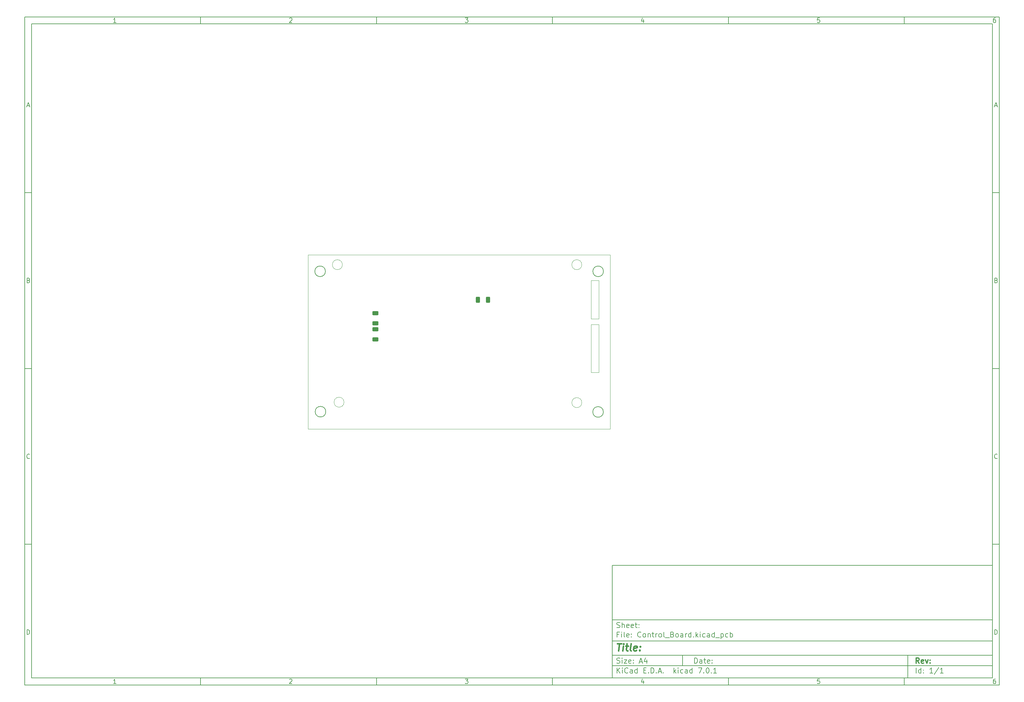
<source format=gbr>
%TF.GenerationSoftware,KiCad,Pcbnew,7.0.1*%
%TF.CreationDate,2023-11-03T16:51:15+00:00*%
%TF.ProjectId,Control_Board,436f6e74-726f-46c5-9f42-6f6172642e6b,rev?*%
%TF.SameCoordinates,Original*%
%TF.FileFunction,Paste,Top*%
%TF.FilePolarity,Positive*%
%FSLAX45Y45*%
G04 Gerber Fmt 4.5, Leading zero omitted, Abs format (unit mm)*
G04 Created by KiCad (PCBNEW 7.0.1) date 2023-11-03 16:51:15*
%MOMM*%
%LPD*%
G01*
G04 APERTURE LIST*
G04 Aperture macros list*
%AMRoundRect*
0 Rectangle with rounded corners*
0 $1 Rounding radius*
0 $2 $3 $4 $5 $6 $7 $8 $9 X,Y pos of 4 corners*
0 Add a 4 corners polygon primitive as box body*
4,1,4,$2,$3,$4,$5,$6,$7,$8,$9,$2,$3,0*
0 Add four circle primitives for the rounded corners*
1,1,$1+$1,$2,$3*
1,1,$1+$1,$4,$5*
1,1,$1+$1,$6,$7*
1,1,$1+$1,$8,$9*
0 Add four rect primitives between the rounded corners*
20,1,$1+$1,$2,$3,$4,$5,0*
20,1,$1+$1,$4,$5,$6,$7,0*
20,1,$1+$1,$6,$7,$8,$9,0*
20,1,$1+$1,$8,$9,$2,$3,0*%
G04 Aperture macros list end*
%ADD10C,0.100000*%
%ADD11C,0.150000*%
%ADD12C,0.300000*%
%ADD13C,0.400000*%
%ADD14RoundRect,0.250000X0.312500X0.625000X-0.312500X0.625000X-0.312500X-0.625000X0.312500X-0.625000X0*%
%ADD15RoundRect,0.250000X0.625000X-0.312500X0.625000X0.312500X-0.625000X0.312500X-0.625000X-0.312500X0*%
%TA.AperFunction,Profile*%
%ADD16C,0.200000*%
%TD*%
%TA.AperFunction,Profile*%
%ADD17C,0.100000*%
%TD*%
G04 APERTURE END LIST*
D10*
D11*
X17700220Y-16600720D02*
X28500220Y-16600720D01*
X28500220Y-19800720D01*
X17700220Y-19800720D01*
X17700220Y-16600720D01*
D10*
D11*
X1000000Y-1000000D02*
X28700220Y-1000000D01*
X28700220Y-20000720D01*
X1000000Y-20000720D01*
X1000000Y-1000000D01*
D10*
D11*
X1200000Y-1200000D02*
X28500220Y-1200000D01*
X28500220Y-19800720D01*
X1200000Y-19800720D01*
X1200000Y-1200000D01*
D10*
D11*
X6000000Y-1200000D02*
X6000000Y-1000000D01*
D10*
D11*
X11000000Y-1200000D02*
X11000000Y-1000000D01*
D10*
D11*
X16000000Y-1200000D02*
X16000000Y-1000000D01*
D10*
D11*
X21000000Y-1200000D02*
X21000000Y-1000000D01*
D10*
D11*
X26000000Y-1200000D02*
X26000000Y-1000000D01*
D10*
D11*
X3599048Y-1160140D02*
X3524762Y-1160140D01*
X3561905Y-1160140D02*
X3561905Y-1030140D01*
X3561905Y-1030140D02*
X3549524Y-1048712D01*
X3549524Y-1048712D02*
X3537143Y-1061093D01*
X3537143Y-1061093D02*
X3524762Y-1067283D01*
D10*
D11*
X8524762Y-1042521D02*
X8530952Y-1036331D01*
X8530952Y-1036331D02*
X8543333Y-1030140D01*
X8543333Y-1030140D02*
X8574286Y-1030140D01*
X8574286Y-1030140D02*
X8586667Y-1036331D01*
X8586667Y-1036331D02*
X8592857Y-1042521D01*
X8592857Y-1042521D02*
X8599048Y-1054902D01*
X8599048Y-1054902D02*
X8599048Y-1067283D01*
X8599048Y-1067283D02*
X8592857Y-1085855D01*
X8592857Y-1085855D02*
X8518571Y-1160140D01*
X8518571Y-1160140D02*
X8599048Y-1160140D01*
D10*
D11*
X13518571Y-1030140D02*
X13599048Y-1030140D01*
X13599048Y-1030140D02*
X13555714Y-1079664D01*
X13555714Y-1079664D02*
X13574286Y-1079664D01*
X13574286Y-1079664D02*
X13586667Y-1085855D01*
X13586667Y-1085855D02*
X13592857Y-1092045D01*
X13592857Y-1092045D02*
X13599048Y-1104426D01*
X13599048Y-1104426D02*
X13599048Y-1135379D01*
X13599048Y-1135379D02*
X13592857Y-1147760D01*
X13592857Y-1147760D02*
X13586667Y-1153950D01*
X13586667Y-1153950D02*
X13574286Y-1160140D01*
X13574286Y-1160140D02*
X13537143Y-1160140D01*
X13537143Y-1160140D02*
X13524762Y-1153950D01*
X13524762Y-1153950D02*
X13518571Y-1147760D01*
D10*
D11*
X18586667Y-1073474D02*
X18586667Y-1160140D01*
X18555714Y-1023950D02*
X18524762Y-1116807D01*
X18524762Y-1116807D02*
X18605238Y-1116807D01*
D10*
D11*
X23592857Y-1030140D02*
X23530952Y-1030140D01*
X23530952Y-1030140D02*
X23524762Y-1092045D01*
X23524762Y-1092045D02*
X23530952Y-1085855D01*
X23530952Y-1085855D02*
X23543333Y-1079664D01*
X23543333Y-1079664D02*
X23574286Y-1079664D01*
X23574286Y-1079664D02*
X23586667Y-1085855D01*
X23586667Y-1085855D02*
X23592857Y-1092045D01*
X23592857Y-1092045D02*
X23599048Y-1104426D01*
X23599048Y-1104426D02*
X23599048Y-1135379D01*
X23599048Y-1135379D02*
X23592857Y-1147760D01*
X23592857Y-1147760D02*
X23586667Y-1153950D01*
X23586667Y-1153950D02*
X23574286Y-1160140D01*
X23574286Y-1160140D02*
X23543333Y-1160140D01*
X23543333Y-1160140D02*
X23530952Y-1153950D01*
X23530952Y-1153950D02*
X23524762Y-1147760D01*
D10*
D11*
X28586667Y-1030140D02*
X28561905Y-1030140D01*
X28561905Y-1030140D02*
X28549524Y-1036331D01*
X28549524Y-1036331D02*
X28543333Y-1042521D01*
X28543333Y-1042521D02*
X28530952Y-1061093D01*
X28530952Y-1061093D02*
X28524762Y-1085855D01*
X28524762Y-1085855D02*
X28524762Y-1135379D01*
X28524762Y-1135379D02*
X28530952Y-1147760D01*
X28530952Y-1147760D02*
X28537143Y-1153950D01*
X28537143Y-1153950D02*
X28549524Y-1160140D01*
X28549524Y-1160140D02*
X28574286Y-1160140D01*
X28574286Y-1160140D02*
X28586667Y-1153950D01*
X28586667Y-1153950D02*
X28592857Y-1147760D01*
X28592857Y-1147760D02*
X28599048Y-1135379D01*
X28599048Y-1135379D02*
X28599048Y-1104426D01*
X28599048Y-1104426D02*
X28592857Y-1092045D01*
X28592857Y-1092045D02*
X28586667Y-1085855D01*
X28586667Y-1085855D02*
X28574286Y-1079664D01*
X28574286Y-1079664D02*
X28549524Y-1079664D01*
X28549524Y-1079664D02*
X28537143Y-1085855D01*
X28537143Y-1085855D02*
X28530952Y-1092045D01*
X28530952Y-1092045D02*
X28524762Y-1104426D01*
D10*
D11*
X6000000Y-19800720D02*
X6000000Y-20000720D01*
D10*
D11*
X11000000Y-19800720D02*
X11000000Y-20000720D01*
D10*
D11*
X16000000Y-19800720D02*
X16000000Y-20000720D01*
D10*
D11*
X21000000Y-19800720D02*
X21000000Y-20000720D01*
D10*
D11*
X26000000Y-19800720D02*
X26000000Y-20000720D01*
D10*
D11*
X3599048Y-19960860D02*
X3524762Y-19960860D01*
X3561905Y-19960860D02*
X3561905Y-19830860D01*
X3561905Y-19830860D02*
X3549524Y-19849432D01*
X3549524Y-19849432D02*
X3537143Y-19861813D01*
X3537143Y-19861813D02*
X3524762Y-19868003D01*
D10*
D11*
X8524762Y-19843241D02*
X8530952Y-19837051D01*
X8530952Y-19837051D02*
X8543333Y-19830860D01*
X8543333Y-19830860D02*
X8574286Y-19830860D01*
X8574286Y-19830860D02*
X8586667Y-19837051D01*
X8586667Y-19837051D02*
X8592857Y-19843241D01*
X8592857Y-19843241D02*
X8599048Y-19855622D01*
X8599048Y-19855622D02*
X8599048Y-19868003D01*
X8599048Y-19868003D02*
X8592857Y-19886575D01*
X8592857Y-19886575D02*
X8518571Y-19960860D01*
X8518571Y-19960860D02*
X8599048Y-19960860D01*
D10*
D11*
X13518571Y-19830860D02*
X13599048Y-19830860D01*
X13599048Y-19830860D02*
X13555714Y-19880384D01*
X13555714Y-19880384D02*
X13574286Y-19880384D01*
X13574286Y-19880384D02*
X13586667Y-19886575D01*
X13586667Y-19886575D02*
X13592857Y-19892765D01*
X13592857Y-19892765D02*
X13599048Y-19905146D01*
X13599048Y-19905146D02*
X13599048Y-19936099D01*
X13599048Y-19936099D02*
X13592857Y-19948480D01*
X13592857Y-19948480D02*
X13586667Y-19954670D01*
X13586667Y-19954670D02*
X13574286Y-19960860D01*
X13574286Y-19960860D02*
X13537143Y-19960860D01*
X13537143Y-19960860D02*
X13524762Y-19954670D01*
X13524762Y-19954670D02*
X13518571Y-19948480D01*
D10*
D11*
X18586667Y-19874194D02*
X18586667Y-19960860D01*
X18555714Y-19824670D02*
X18524762Y-19917527D01*
X18524762Y-19917527D02*
X18605238Y-19917527D01*
D10*
D11*
X23592857Y-19830860D02*
X23530952Y-19830860D01*
X23530952Y-19830860D02*
X23524762Y-19892765D01*
X23524762Y-19892765D02*
X23530952Y-19886575D01*
X23530952Y-19886575D02*
X23543333Y-19880384D01*
X23543333Y-19880384D02*
X23574286Y-19880384D01*
X23574286Y-19880384D02*
X23586667Y-19886575D01*
X23586667Y-19886575D02*
X23592857Y-19892765D01*
X23592857Y-19892765D02*
X23599048Y-19905146D01*
X23599048Y-19905146D02*
X23599048Y-19936099D01*
X23599048Y-19936099D02*
X23592857Y-19948480D01*
X23592857Y-19948480D02*
X23586667Y-19954670D01*
X23586667Y-19954670D02*
X23574286Y-19960860D01*
X23574286Y-19960860D02*
X23543333Y-19960860D01*
X23543333Y-19960860D02*
X23530952Y-19954670D01*
X23530952Y-19954670D02*
X23524762Y-19948480D01*
D10*
D11*
X28586667Y-19830860D02*
X28561905Y-19830860D01*
X28561905Y-19830860D02*
X28549524Y-19837051D01*
X28549524Y-19837051D02*
X28543333Y-19843241D01*
X28543333Y-19843241D02*
X28530952Y-19861813D01*
X28530952Y-19861813D02*
X28524762Y-19886575D01*
X28524762Y-19886575D02*
X28524762Y-19936099D01*
X28524762Y-19936099D02*
X28530952Y-19948480D01*
X28530952Y-19948480D02*
X28537143Y-19954670D01*
X28537143Y-19954670D02*
X28549524Y-19960860D01*
X28549524Y-19960860D02*
X28574286Y-19960860D01*
X28574286Y-19960860D02*
X28586667Y-19954670D01*
X28586667Y-19954670D02*
X28592857Y-19948480D01*
X28592857Y-19948480D02*
X28599048Y-19936099D01*
X28599048Y-19936099D02*
X28599048Y-19905146D01*
X28599048Y-19905146D02*
X28592857Y-19892765D01*
X28592857Y-19892765D02*
X28586667Y-19886575D01*
X28586667Y-19886575D02*
X28574286Y-19880384D01*
X28574286Y-19880384D02*
X28549524Y-19880384D01*
X28549524Y-19880384D02*
X28537143Y-19886575D01*
X28537143Y-19886575D02*
X28530952Y-19892765D01*
X28530952Y-19892765D02*
X28524762Y-19905146D01*
D10*
D11*
X1000000Y-6000000D02*
X1200000Y-6000000D01*
D10*
D11*
X1000000Y-11000000D02*
X1200000Y-11000000D01*
D10*
D11*
X1000000Y-16000000D02*
X1200000Y-16000000D01*
D10*
D11*
X1069048Y-3522998D02*
X1130952Y-3522998D01*
X1056667Y-3560140D02*
X1100000Y-3430140D01*
X1100000Y-3430140D02*
X1143333Y-3560140D01*
D10*
D11*
X1109286Y-8492045D02*
X1127857Y-8498236D01*
X1127857Y-8498236D02*
X1134048Y-8504426D01*
X1134048Y-8504426D02*
X1140238Y-8516807D01*
X1140238Y-8516807D02*
X1140238Y-8535379D01*
X1140238Y-8535379D02*
X1134048Y-8547760D01*
X1134048Y-8547760D02*
X1127857Y-8553950D01*
X1127857Y-8553950D02*
X1115476Y-8560140D01*
X1115476Y-8560140D02*
X1065952Y-8560140D01*
X1065952Y-8560140D02*
X1065952Y-8430140D01*
X1065952Y-8430140D02*
X1109286Y-8430140D01*
X1109286Y-8430140D02*
X1121667Y-8436331D01*
X1121667Y-8436331D02*
X1127857Y-8442521D01*
X1127857Y-8442521D02*
X1134048Y-8454902D01*
X1134048Y-8454902D02*
X1134048Y-8467283D01*
X1134048Y-8467283D02*
X1127857Y-8479664D01*
X1127857Y-8479664D02*
X1121667Y-8485855D01*
X1121667Y-8485855D02*
X1109286Y-8492045D01*
X1109286Y-8492045D02*
X1065952Y-8492045D01*
D10*
D11*
X1140238Y-13547759D02*
X1134048Y-13553950D01*
X1134048Y-13553950D02*
X1115476Y-13560140D01*
X1115476Y-13560140D02*
X1103095Y-13560140D01*
X1103095Y-13560140D02*
X1084524Y-13553950D01*
X1084524Y-13553950D02*
X1072143Y-13541569D01*
X1072143Y-13541569D02*
X1065952Y-13529188D01*
X1065952Y-13529188D02*
X1059762Y-13504426D01*
X1059762Y-13504426D02*
X1059762Y-13485855D01*
X1059762Y-13485855D02*
X1065952Y-13461093D01*
X1065952Y-13461093D02*
X1072143Y-13448712D01*
X1072143Y-13448712D02*
X1084524Y-13436331D01*
X1084524Y-13436331D02*
X1103095Y-13430140D01*
X1103095Y-13430140D02*
X1115476Y-13430140D01*
X1115476Y-13430140D02*
X1134048Y-13436331D01*
X1134048Y-13436331D02*
X1140238Y-13442521D01*
D10*
D11*
X1065952Y-18560140D02*
X1065952Y-18430140D01*
X1065952Y-18430140D02*
X1096905Y-18430140D01*
X1096905Y-18430140D02*
X1115476Y-18436331D01*
X1115476Y-18436331D02*
X1127857Y-18448712D01*
X1127857Y-18448712D02*
X1134048Y-18461093D01*
X1134048Y-18461093D02*
X1140238Y-18485855D01*
X1140238Y-18485855D02*
X1140238Y-18504426D01*
X1140238Y-18504426D02*
X1134048Y-18529188D01*
X1134048Y-18529188D02*
X1127857Y-18541569D01*
X1127857Y-18541569D02*
X1115476Y-18553950D01*
X1115476Y-18553950D02*
X1096905Y-18560140D01*
X1096905Y-18560140D02*
X1065952Y-18560140D01*
D10*
D11*
X28700220Y-6000000D02*
X28500220Y-6000000D01*
D10*
D11*
X28700220Y-11000000D02*
X28500220Y-11000000D01*
D10*
D11*
X28700220Y-16000000D02*
X28500220Y-16000000D01*
D10*
D11*
X28569268Y-3522998D02*
X28631172Y-3522998D01*
X28556887Y-3560140D02*
X28600220Y-3430140D01*
X28600220Y-3430140D02*
X28643553Y-3560140D01*
D10*
D11*
X28609506Y-8492045D02*
X28628077Y-8498236D01*
X28628077Y-8498236D02*
X28634268Y-8504426D01*
X28634268Y-8504426D02*
X28640458Y-8516807D01*
X28640458Y-8516807D02*
X28640458Y-8535379D01*
X28640458Y-8535379D02*
X28634268Y-8547760D01*
X28634268Y-8547760D02*
X28628077Y-8553950D01*
X28628077Y-8553950D02*
X28615696Y-8560140D01*
X28615696Y-8560140D02*
X28566172Y-8560140D01*
X28566172Y-8560140D02*
X28566172Y-8430140D01*
X28566172Y-8430140D02*
X28609506Y-8430140D01*
X28609506Y-8430140D02*
X28621887Y-8436331D01*
X28621887Y-8436331D02*
X28628077Y-8442521D01*
X28628077Y-8442521D02*
X28634268Y-8454902D01*
X28634268Y-8454902D02*
X28634268Y-8467283D01*
X28634268Y-8467283D02*
X28628077Y-8479664D01*
X28628077Y-8479664D02*
X28621887Y-8485855D01*
X28621887Y-8485855D02*
X28609506Y-8492045D01*
X28609506Y-8492045D02*
X28566172Y-8492045D01*
D10*
D11*
X28640458Y-13547759D02*
X28634268Y-13553950D01*
X28634268Y-13553950D02*
X28615696Y-13560140D01*
X28615696Y-13560140D02*
X28603315Y-13560140D01*
X28603315Y-13560140D02*
X28584744Y-13553950D01*
X28584744Y-13553950D02*
X28572363Y-13541569D01*
X28572363Y-13541569D02*
X28566172Y-13529188D01*
X28566172Y-13529188D02*
X28559982Y-13504426D01*
X28559982Y-13504426D02*
X28559982Y-13485855D01*
X28559982Y-13485855D02*
X28566172Y-13461093D01*
X28566172Y-13461093D02*
X28572363Y-13448712D01*
X28572363Y-13448712D02*
X28584744Y-13436331D01*
X28584744Y-13436331D02*
X28603315Y-13430140D01*
X28603315Y-13430140D02*
X28615696Y-13430140D01*
X28615696Y-13430140D02*
X28634268Y-13436331D01*
X28634268Y-13436331D02*
X28640458Y-13442521D01*
D10*
D11*
X28566172Y-18560140D02*
X28566172Y-18430140D01*
X28566172Y-18430140D02*
X28597125Y-18430140D01*
X28597125Y-18430140D02*
X28615696Y-18436331D01*
X28615696Y-18436331D02*
X28628077Y-18448712D01*
X28628077Y-18448712D02*
X28634268Y-18461093D01*
X28634268Y-18461093D02*
X28640458Y-18485855D01*
X28640458Y-18485855D02*
X28640458Y-18504426D01*
X28640458Y-18504426D02*
X28634268Y-18529188D01*
X28634268Y-18529188D02*
X28628077Y-18541569D01*
X28628077Y-18541569D02*
X28615696Y-18553950D01*
X28615696Y-18553950D02*
X28597125Y-18560140D01*
X28597125Y-18560140D02*
X28566172Y-18560140D01*
D10*
D11*
X20035934Y-19380113D02*
X20035934Y-19230113D01*
X20035934Y-19230113D02*
X20071649Y-19230113D01*
X20071649Y-19230113D02*
X20093077Y-19237256D01*
X20093077Y-19237256D02*
X20107363Y-19251541D01*
X20107363Y-19251541D02*
X20114506Y-19265827D01*
X20114506Y-19265827D02*
X20121649Y-19294399D01*
X20121649Y-19294399D02*
X20121649Y-19315827D01*
X20121649Y-19315827D02*
X20114506Y-19344399D01*
X20114506Y-19344399D02*
X20107363Y-19358684D01*
X20107363Y-19358684D02*
X20093077Y-19372970D01*
X20093077Y-19372970D02*
X20071649Y-19380113D01*
X20071649Y-19380113D02*
X20035934Y-19380113D01*
X20250220Y-19380113D02*
X20250220Y-19301541D01*
X20250220Y-19301541D02*
X20243077Y-19287256D01*
X20243077Y-19287256D02*
X20228791Y-19280113D01*
X20228791Y-19280113D02*
X20200220Y-19280113D01*
X20200220Y-19280113D02*
X20185934Y-19287256D01*
X20250220Y-19372970D02*
X20235934Y-19380113D01*
X20235934Y-19380113D02*
X20200220Y-19380113D01*
X20200220Y-19380113D02*
X20185934Y-19372970D01*
X20185934Y-19372970D02*
X20178791Y-19358684D01*
X20178791Y-19358684D02*
X20178791Y-19344399D01*
X20178791Y-19344399D02*
X20185934Y-19330113D01*
X20185934Y-19330113D02*
X20200220Y-19322970D01*
X20200220Y-19322970D02*
X20235934Y-19322970D01*
X20235934Y-19322970D02*
X20250220Y-19315827D01*
X20300220Y-19280113D02*
X20357363Y-19280113D01*
X20321649Y-19230113D02*
X20321649Y-19358684D01*
X20321649Y-19358684D02*
X20328791Y-19372970D01*
X20328791Y-19372970D02*
X20343077Y-19380113D01*
X20343077Y-19380113D02*
X20357363Y-19380113D01*
X20464506Y-19372970D02*
X20450220Y-19380113D01*
X20450220Y-19380113D02*
X20421649Y-19380113D01*
X20421649Y-19380113D02*
X20407363Y-19372970D01*
X20407363Y-19372970D02*
X20400220Y-19358684D01*
X20400220Y-19358684D02*
X20400220Y-19301541D01*
X20400220Y-19301541D02*
X20407363Y-19287256D01*
X20407363Y-19287256D02*
X20421649Y-19280113D01*
X20421649Y-19280113D02*
X20450220Y-19280113D01*
X20450220Y-19280113D02*
X20464506Y-19287256D01*
X20464506Y-19287256D02*
X20471649Y-19301541D01*
X20471649Y-19301541D02*
X20471649Y-19315827D01*
X20471649Y-19315827D02*
X20400220Y-19330113D01*
X20535934Y-19365827D02*
X20543077Y-19372970D01*
X20543077Y-19372970D02*
X20535934Y-19380113D01*
X20535934Y-19380113D02*
X20528791Y-19372970D01*
X20528791Y-19372970D02*
X20535934Y-19365827D01*
X20535934Y-19365827D02*
X20535934Y-19380113D01*
X20535934Y-19287256D02*
X20543077Y-19294399D01*
X20543077Y-19294399D02*
X20535934Y-19301541D01*
X20535934Y-19301541D02*
X20528791Y-19294399D01*
X20528791Y-19294399D02*
X20535934Y-19287256D01*
X20535934Y-19287256D02*
X20535934Y-19301541D01*
D10*
D11*
X17700220Y-19450720D02*
X28500220Y-19450720D01*
D10*
D11*
X17835934Y-19660113D02*
X17835934Y-19510113D01*
X17921649Y-19660113D02*
X17857363Y-19574399D01*
X17921649Y-19510113D02*
X17835934Y-19595827D01*
X17985934Y-19660113D02*
X17985934Y-19560113D01*
X17985934Y-19510113D02*
X17978791Y-19517256D01*
X17978791Y-19517256D02*
X17985934Y-19524399D01*
X17985934Y-19524399D02*
X17993077Y-19517256D01*
X17993077Y-19517256D02*
X17985934Y-19510113D01*
X17985934Y-19510113D02*
X17985934Y-19524399D01*
X18143077Y-19645827D02*
X18135934Y-19652970D01*
X18135934Y-19652970D02*
X18114506Y-19660113D01*
X18114506Y-19660113D02*
X18100220Y-19660113D01*
X18100220Y-19660113D02*
X18078791Y-19652970D01*
X18078791Y-19652970D02*
X18064506Y-19638684D01*
X18064506Y-19638684D02*
X18057363Y-19624399D01*
X18057363Y-19624399D02*
X18050220Y-19595827D01*
X18050220Y-19595827D02*
X18050220Y-19574399D01*
X18050220Y-19574399D02*
X18057363Y-19545827D01*
X18057363Y-19545827D02*
X18064506Y-19531541D01*
X18064506Y-19531541D02*
X18078791Y-19517256D01*
X18078791Y-19517256D02*
X18100220Y-19510113D01*
X18100220Y-19510113D02*
X18114506Y-19510113D01*
X18114506Y-19510113D02*
X18135934Y-19517256D01*
X18135934Y-19517256D02*
X18143077Y-19524399D01*
X18271649Y-19660113D02*
X18271649Y-19581541D01*
X18271649Y-19581541D02*
X18264506Y-19567256D01*
X18264506Y-19567256D02*
X18250220Y-19560113D01*
X18250220Y-19560113D02*
X18221649Y-19560113D01*
X18221649Y-19560113D02*
X18207363Y-19567256D01*
X18271649Y-19652970D02*
X18257363Y-19660113D01*
X18257363Y-19660113D02*
X18221649Y-19660113D01*
X18221649Y-19660113D02*
X18207363Y-19652970D01*
X18207363Y-19652970D02*
X18200220Y-19638684D01*
X18200220Y-19638684D02*
X18200220Y-19624399D01*
X18200220Y-19624399D02*
X18207363Y-19610113D01*
X18207363Y-19610113D02*
X18221649Y-19602970D01*
X18221649Y-19602970D02*
X18257363Y-19602970D01*
X18257363Y-19602970D02*
X18271649Y-19595827D01*
X18407363Y-19660113D02*
X18407363Y-19510113D01*
X18407363Y-19652970D02*
X18393077Y-19660113D01*
X18393077Y-19660113D02*
X18364506Y-19660113D01*
X18364506Y-19660113D02*
X18350220Y-19652970D01*
X18350220Y-19652970D02*
X18343077Y-19645827D01*
X18343077Y-19645827D02*
X18335934Y-19631541D01*
X18335934Y-19631541D02*
X18335934Y-19588684D01*
X18335934Y-19588684D02*
X18343077Y-19574399D01*
X18343077Y-19574399D02*
X18350220Y-19567256D01*
X18350220Y-19567256D02*
X18364506Y-19560113D01*
X18364506Y-19560113D02*
X18393077Y-19560113D01*
X18393077Y-19560113D02*
X18407363Y-19567256D01*
X18593077Y-19581541D02*
X18643077Y-19581541D01*
X18664506Y-19660113D02*
X18593077Y-19660113D01*
X18593077Y-19660113D02*
X18593077Y-19510113D01*
X18593077Y-19510113D02*
X18664506Y-19510113D01*
X18728791Y-19645827D02*
X18735934Y-19652970D01*
X18735934Y-19652970D02*
X18728791Y-19660113D01*
X18728791Y-19660113D02*
X18721649Y-19652970D01*
X18721649Y-19652970D02*
X18728791Y-19645827D01*
X18728791Y-19645827D02*
X18728791Y-19660113D01*
X18800220Y-19660113D02*
X18800220Y-19510113D01*
X18800220Y-19510113D02*
X18835934Y-19510113D01*
X18835934Y-19510113D02*
X18857363Y-19517256D01*
X18857363Y-19517256D02*
X18871649Y-19531541D01*
X18871649Y-19531541D02*
X18878792Y-19545827D01*
X18878792Y-19545827D02*
X18885934Y-19574399D01*
X18885934Y-19574399D02*
X18885934Y-19595827D01*
X18885934Y-19595827D02*
X18878792Y-19624399D01*
X18878792Y-19624399D02*
X18871649Y-19638684D01*
X18871649Y-19638684D02*
X18857363Y-19652970D01*
X18857363Y-19652970D02*
X18835934Y-19660113D01*
X18835934Y-19660113D02*
X18800220Y-19660113D01*
X18950220Y-19645827D02*
X18957363Y-19652970D01*
X18957363Y-19652970D02*
X18950220Y-19660113D01*
X18950220Y-19660113D02*
X18943077Y-19652970D01*
X18943077Y-19652970D02*
X18950220Y-19645827D01*
X18950220Y-19645827D02*
X18950220Y-19660113D01*
X19014506Y-19617256D02*
X19085934Y-19617256D01*
X19000220Y-19660113D02*
X19050220Y-19510113D01*
X19050220Y-19510113D02*
X19100220Y-19660113D01*
X19150220Y-19645827D02*
X19157363Y-19652970D01*
X19157363Y-19652970D02*
X19150220Y-19660113D01*
X19150220Y-19660113D02*
X19143077Y-19652970D01*
X19143077Y-19652970D02*
X19150220Y-19645827D01*
X19150220Y-19645827D02*
X19150220Y-19660113D01*
X19450220Y-19660113D02*
X19450220Y-19510113D01*
X19464506Y-19602970D02*
X19507363Y-19660113D01*
X19507363Y-19560113D02*
X19450220Y-19617256D01*
X19571649Y-19660113D02*
X19571649Y-19560113D01*
X19571649Y-19510113D02*
X19564506Y-19517256D01*
X19564506Y-19517256D02*
X19571649Y-19524399D01*
X19571649Y-19524399D02*
X19578792Y-19517256D01*
X19578792Y-19517256D02*
X19571649Y-19510113D01*
X19571649Y-19510113D02*
X19571649Y-19524399D01*
X19707363Y-19652970D02*
X19693077Y-19660113D01*
X19693077Y-19660113D02*
X19664506Y-19660113D01*
X19664506Y-19660113D02*
X19650220Y-19652970D01*
X19650220Y-19652970D02*
X19643077Y-19645827D01*
X19643077Y-19645827D02*
X19635934Y-19631541D01*
X19635934Y-19631541D02*
X19635934Y-19588684D01*
X19635934Y-19588684D02*
X19643077Y-19574399D01*
X19643077Y-19574399D02*
X19650220Y-19567256D01*
X19650220Y-19567256D02*
X19664506Y-19560113D01*
X19664506Y-19560113D02*
X19693077Y-19560113D01*
X19693077Y-19560113D02*
X19707363Y-19567256D01*
X19835934Y-19660113D02*
X19835934Y-19581541D01*
X19835934Y-19581541D02*
X19828792Y-19567256D01*
X19828792Y-19567256D02*
X19814506Y-19560113D01*
X19814506Y-19560113D02*
X19785934Y-19560113D01*
X19785934Y-19560113D02*
X19771649Y-19567256D01*
X19835934Y-19652970D02*
X19821649Y-19660113D01*
X19821649Y-19660113D02*
X19785934Y-19660113D01*
X19785934Y-19660113D02*
X19771649Y-19652970D01*
X19771649Y-19652970D02*
X19764506Y-19638684D01*
X19764506Y-19638684D02*
X19764506Y-19624399D01*
X19764506Y-19624399D02*
X19771649Y-19610113D01*
X19771649Y-19610113D02*
X19785934Y-19602970D01*
X19785934Y-19602970D02*
X19821649Y-19602970D01*
X19821649Y-19602970D02*
X19835934Y-19595827D01*
X19971649Y-19660113D02*
X19971649Y-19510113D01*
X19971649Y-19652970D02*
X19957363Y-19660113D01*
X19957363Y-19660113D02*
X19928792Y-19660113D01*
X19928792Y-19660113D02*
X19914506Y-19652970D01*
X19914506Y-19652970D02*
X19907363Y-19645827D01*
X19907363Y-19645827D02*
X19900220Y-19631541D01*
X19900220Y-19631541D02*
X19900220Y-19588684D01*
X19900220Y-19588684D02*
X19907363Y-19574399D01*
X19907363Y-19574399D02*
X19914506Y-19567256D01*
X19914506Y-19567256D02*
X19928792Y-19560113D01*
X19928792Y-19560113D02*
X19957363Y-19560113D01*
X19957363Y-19560113D02*
X19971649Y-19567256D01*
X20143077Y-19510113D02*
X20243077Y-19510113D01*
X20243077Y-19510113D02*
X20178792Y-19660113D01*
X20300220Y-19645827D02*
X20307363Y-19652970D01*
X20307363Y-19652970D02*
X20300220Y-19660113D01*
X20300220Y-19660113D02*
X20293077Y-19652970D01*
X20293077Y-19652970D02*
X20300220Y-19645827D01*
X20300220Y-19645827D02*
X20300220Y-19660113D01*
X20400220Y-19510113D02*
X20414506Y-19510113D01*
X20414506Y-19510113D02*
X20428792Y-19517256D01*
X20428792Y-19517256D02*
X20435934Y-19524399D01*
X20435934Y-19524399D02*
X20443077Y-19538684D01*
X20443077Y-19538684D02*
X20450220Y-19567256D01*
X20450220Y-19567256D02*
X20450220Y-19602970D01*
X20450220Y-19602970D02*
X20443077Y-19631541D01*
X20443077Y-19631541D02*
X20435934Y-19645827D01*
X20435934Y-19645827D02*
X20428792Y-19652970D01*
X20428792Y-19652970D02*
X20414506Y-19660113D01*
X20414506Y-19660113D02*
X20400220Y-19660113D01*
X20400220Y-19660113D02*
X20385934Y-19652970D01*
X20385934Y-19652970D02*
X20378792Y-19645827D01*
X20378792Y-19645827D02*
X20371649Y-19631541D01*
X20371649Y-19631541D02*
X20364506Y-19602970D01*
X20364506Y-19602970D02*
X20364506Y-19567256D01*
X20364506Y-19567256D02*
X20371649Y-19538684D01*
X20371649Y-19538684D02*
X20378792Y-19524399D01*
X20378792Y-19524399D02*
X20385934Y-19517256D01*
X20385934Y-19517256D02*
X20400220Y-19510113D01*
X20514506Y-19645827D02*
X20521649Y-19652970D01*
X20521649Y-19652970D02*
X20514506Y-19660113D01*
X20514506Y-19660113D02*
X20507363Y-19652970D01*
X20507363Y-19652970D02*
X20514506Y-19645827D01*
X20514506Y-19645827D02*
X20514506Y-19660113D01*
X20664506Y-19660113D02*
X20578792Y-19660113D01*
X20621649Y-19660113D02*
X20621649Y-19510113D01*
X20621649Y-19510113D02*
X20607363Y-19531541D01*
X20607363Y-19531541D02*
X20593077Y-19545827D01*
X20593077Y-19545827D02*
X20578792Y-19552970D01*
D10*
D11*
X17700220Y-19150720D02*
X28500220Y-19150720D01*
D10*
D12*
X26421648Y-19380113D02*
X26371648Y-19308684D01*
X26335934Y-19380113D02*
X26335934Y-19230113D01*
X26335934Y-19230113D02*
X26393077Y-19230113D01*
X26393077Y-19230113D02*
X26407363Y-19237256D01*
X26407363Y-19237256D02*
X26414506Y-19244399D01*
X26414506Y-19244399D02*
X26421648Y-19258684D01*
X26421648Y-19258684D02*
X26421648Y-19280113D01*
X26421648Y-19280113D02*
X26414506Y-19294399D01*
X26414506Y-19294399D02*
X26407363Y-19301541D01*
X26407363Y-19301541D02*
X26393077Y-19308684D01*
X26393077Y-19308684D02*
X26335934Y-19308684D01*
X26543077Y-19372970D02*
X26528791Y-19380113D01*
X26528791Y-19380113D02*
X26500220Y-19380113D01*
X26500220Y-19380113D02*
X26485934Y-19372970D01*
X26485934Y-19372970D02*
X26478791Y-19358684D01*
X26478791Y-19358684D02*
X26478791Y-19301541D01*
X26478791Y-19301541D02*
X26485934Y-19287256D01*
X26485934Y-19287256D02*
X26500220Y-19280113D01*
X26500220Y-19280113D02*
X26528791Y-19280113D01*
X26528791Y-19280113D02*
X26543077Y-19287256D01*
X26543077Y-19287256D02*
X26550220Y-19301541D01*
X26550220Y-19301541D02*
X26550220Y-19315827D01*
X26550220Y-19315827D02*
X26478791Y-19330113D01*
X26600220Y-19280113D02*
X26635934Y-19380113D01*
X26635934Y-19380113D02*
X26671648Y-19280113D01*
X26728791Y-19365827D02*
X26735934Y-19372970D01*
X26735934Y-19372970D02*
X26728791Y-19380113D01*
X26728791Y-19380113D02*
X26721648Y-19372970D01*
X26721648Y-19372970D02*
X26728791Y-19365827D01*
X26728791Y-19365827D02*
X26728791Y-19380113D01*
X26728791Y-19287256D02*
X26735934Y-19294399D01*
X26735934Y-19294399D02*
X26728791Y-19301541D01*
X26728791Y-19301541D02*
X26721648Y-19294399D01*
X26721648Y-19294399D02*
X26728791Y-19287256D01*
X26728791Y-19287256D02*
X26728791Y-19301541D01*
D10*
D11*
X17828791Y-19372970D02*
X17850220Y-19380113D01*
X17850220Y-19380113D02*
X17885934Y-19380113D01*
X17885934Y-19380113D02*
X17900220Y-19372970D01*
X17900220Y-19372970D02*
X17907363Y-19365827D01*
X17907363Y-19365827D02*
X17914506Y-19351541D01*
X17914506Y-19351541D02*
X17914506Y-19337256D01*
X17914506Y-19337256D02*
X17907363Y-19322970D01*
X17907363Y-19322970D02*
X17900220Y-19315827D01*
X17900220Y-19315827D02*
X17885934Y-19308684D01*
X17885934Y-19308684D02*
X17857363Y-19301541D01*
X17857363Y-19301541D02*
X17843077Y-19294399D01*
X17843077Y-19294399D02*
X17835934Y-19287256D01*
X17835934Y-19287256D02*
X17828791Y-19272970D01*
X17828791Y-19272970D02*
X17828791Y-19258684D01*
X17828791Y-19258684D02*
X17835934Y-19244399D01*
X17835934Y-19244399D02*
X17843077Y-19237256D01*
X17843077Y-19237256D02*
X17857363Y-19230113D01*
X17857363Y-19230113D02*
X17893077Y-19230113D01*
X17893077Y-19230113D02*
X17914506Y-19237256D01*
X17978791Y-19380113D02*
X17978791Y-19280113D01*
X17978791Y-19230113D02*
X17971649Y-19237256D01*
X17971649Y-19237256D02*
X17978791Y-19244399D01*
X17978791Y-19244399D02*
X17985934Y-19237256D01*
X17985934Y-19237256D02*
X17978791Y-19230113D01*
X17978791Y-19230113D02*
X17978791Y-19244399D01*
X18035934Y-19280113D02*
X18114506Y-19280113D01*
X18114506Y-19280113D02*
X18035934Y-19380113D01*
X18035934Y-19380113D02*
X18114506Y-19380113D01*
X18228791Y-19372970D02*
X18214506Y-19380113D01*
X18214506Y-19380113D02*
X18185934Y-19380113D01*
X18185934Y-19380113D02*
X18171649Y-19372970D01*
X18171649Y-19372970D02*
X18164506Y-19358684D01*
X18164506Y-19358684D02*
X18164506Y-19301541D01*
X18164506Y-19301541D02*
X18171649Y-19287256D01*
X18171649Y-19287256D02*
X18185934Y-19280113D01*
X18185934Y-19280113D02*
X18214506Y-19280113D01*
X18214506Y-19280113D02*
X18228791Y-19287256D01*
X18228791Y-19287256D02*
X18235934Y-19301541D01*
X18235934Y-19301541D02*
X18235934Y-19315827D01*
X18235934Y-19315827D02*
X18164506Y-19330113D01*
X18300220Y-19365827D02*
X18307363Y-19372970D01*
X18307363Y-19372970D02*
X18300220Y-19380113D01*
X18300220Y-19380113D02*
X18293077Y-19372970D01*
X18293077Y-19372970D02*
X18300220Y-19365827D01*
X18300220Y-19365827D02*
X18300220Y-19380113D01*
X18300220Y-19287256D02*
X18307363Y-19294399D01*
X18307363Y-19294399D02*
X18300220Y-19301541D01*
X18300220Y-19301541D02*
X18293077Y-19294399D01*
X18293077Y-19294399D02*
X18300220Y-19287256D01*
X18300220Y-19287256D02*
X18300220Y-19301541D01*
X18478791Y-19337256D02*
X18550220Y-19337256D01*
X18464506Y-19380113D02*
X18514506Y-19230113D01*
X18514506Y-19230113D02*
X18564506Y-19380113D01*
X18678791Y-19280113D02*
X18678791Y-19380113D01*
X18643077Y-19222970D02*
X18607363Y-19330113D01*
X18607363Y-19330113D02*
X18700220Y-19330113D01*
D10*
D11*
X26335934Y-19660113D02*
X26335934Y-19510113D01*
X26471649Y-19660113D02*
X26471649Y-19510113D01*
X26471649Y-19652970D02*
X26457363Y-19660113D01*
X26457363Y-19660113D02*
X26428791Y-19660113D01*
X26428791Y-19660113D02*
X26414506Y-19652970D01*
X26414506Y-19652970D02*
X26407363Y-19645827D01*
X26407363Y-19645827D02*
X26400220Y-19631541D01*
X26400220Y-19631541D02*
X26400220Y-19588684D01*
X26400220Y-19588684D02*
X26407363Y-19574399D01*
X26407363Y-19574399D02*
X26414506Y-19567256D01*
X26414506Y-19567256D02*
X26428791Y-19560113D01*
X26428791Y-19560113D02*
X26457363Y-19560113D01*
X26457363Y-19560113D02*
X26471649Y-19567256D01*
X26543077Y-19645827D02*
X26550220Y-19652970D01*
X26550220Y-19652970D02*
X26543077Y-19660113D01*
X26543077Y-19660113D02*
X26535934Y-19652970D01*
X26535934Y-19652970D02*
X26543077Y-19645827D01*
X26543077Y-19645827D02*
X26543077Y-19660113D01*
X26543077Y-19567256D02*
X26550220Y-19574399D01*
X26550220Y-19574399D02*
X26543077Y-19581541D01*
X26543077Y-19581541D02*
X26535934Y-19574399D01*
X26535934Y-19574399D02*
X26543077Y-19567256D01*
X26543077Y-19567256D02*
X26543077Y-19581541D01*
X26807363Y-19660113D02*
X26721649Y-19660113D01*
X26764506Y-19660113D02*
X26764506Y-19510113D01*
X26764506Y-19510113D02*
X26750220Y-19531541D01*
X26750220Y-19531541D02*
X26735934Y-19545827D01*
X26735934Y-19545827D02*
X26721649Y-19552970D01*
X26978791Y-19502970D02*
X26850220Y-19695827D01*
X27107363Y-19660113D02*
X27021649Y-19660113D01*
X27064506Y-19660113D02*
X27064506Y-19510113D01*
X27064506Y-19510113D02*
X27050220Y-19531541D01*
X27050220Y-19531541D02*
X27035934Y-19545827D01*
X27035934Y-19545827D02*
X27021649Y-19552970D01*
D10*
D11*
X17700220Y-18750720D02*
X28500220Y-18750720D01*
D10*
D13*
X17843077Y-18823244D02*
X17957363Y-18823244D01*
X17875220Y-19023244D02*
X17900220Y-18823244D01*
X17997839Y-19023244D02*
X18014506Y-18889910D01*
X18022839Y-18823244D02*
X18012125Y-18832768D01*
X18012125Y-18832768D02*
X18020458Y-18842291D01*
X18020458Y-18842291D02*
X18031172Y-18832768D01*
X18031172Y-18832768D02*
X18022839Y-18823244D01*
X18022839Y-18823244D02*
X18020458Y-18842291D01*
X18079982Y-18889910D02*
X18156172Y-18889910D01*
X18116887Y-18823244D02*
X18095458Y-18994672D01*
X18095458Y-18994672D02*
X18102601Y-19013720D01*
X18102601Y-19013720D02*
X18120458Y-19023244D01*
X18120458Y-19023244D02*
X18139506Y-19023244D01*
X18233553Y-19023244D02*
X18215696Y-19013720D01*
X18215696Y-19013720D02*
X18208553Y-18994672D01*
X18208553Y-18994672D02*
X18229982Y-18823244D01*
X18385934Y-19013720D02*
X18365696Y-19023244D01*
X18365696Y-19023244D02*
X18327601Y-19023244D01*
X18327601Y-19023244D02*
X18309744Y-19013720D01*
X18309744Y-19013720D02*
X18302601Y-18994672D01*
X18302601Y-18994672D02*
X18312125Y-18918482D01*
X18312125Y-18918482D02*
X18324029Y-18899434D01*
X18324029Y-18899434D02*
X18344268Y-18889910D01*
X18344268Y-18889910D02*
X18382363Y-18889910D01*
X18382363Y-18889910D02*
X18400220Y-18899434D01*
X18400220Y-18899434D02*
X18407363Y-18918482D01*
X18407363Y-18918482D02*
X18404982Y-18937530D01*
X18404982Y-18937530D02*
X18307363Y-18956577D01*
X18481172Y-19004196D02*
X18489506Y-19013720D01*
X18489506Y-19013720D02*
X18478791Y-19023244D01*
X18478791Y-19023244D02*
X18470458Y-19013720D01*
X18470458Y-19013720D02*
X18481172Y-19004196D01*
X18481172Y-19004196D02*
X18478791Y-19023244D01*
X18494268Y-18899434D02*
X18502601Y-18908958D01*
X18502601Y-18908958D02*
X18491887Y-18918482D01*
X18491887Y-18918482D02*
X18483553Y-18908958D01*
X18483553Y-18908958D02*
X18494268Y-18899434D01*
X18494268Y-18899434D02*
X18491887Y-18918482D01*
D10*
D11*
X17885934Y-18561541D02*
X17835934Y-18561541D01*
X17835934Y-18640113D02*
X17835934Y-18490113D01*
X17835934Y-18490113D02*
X17907363Y-18490113D01*
X17964506Y-18640113D02*
X17964506Y-18540113D01*
X17964506Y-18490113D02*
X17957363Y-18497256D01*
X17957363Y-18497256D02*
X17964506Y-18504399D01*
X17964506Y-18504399D02*
X17971649Y-18497256D01*
X17971649Y-18497256D02*
X17964506Y-18490113D01*
X17964506Y-18490113D02*
X17964506Y-18504399D01*
X18057363Y-18640113D02*
X18043077Y-18632970D01*
X18043077Y-18632970D02*
X18035934Y-18618684D01*
X18035934Y-18618684D02*
X18035934Y-18490113D01*
X18171649Y-18632970D02*
X18157363Y-18640113D01*
X18157363Y-18640113D02*
X18128791Y-18640113D01*
X18128791Y-18640113D02*
X18114506Y-18632970D01*
X18114506Y-18632970D02*
X18107363Y-18618684D01*
X18107363Y-18618684D02*
X18107363Y-18561541D01*
X18107363Y-18561541D02*
X18114506Y-18547256D01*
X18114506Y-18547256D02*
X18128791Y-18540113D01*
X18128791Y-18540113D02*
X18157363Y-18540113D01*
X18157363Y-18540113D02*
X18171649Y-18547256D01*
X18171649Y-18547256D02*
X18178791Y-18561541D01*
X18178791Y-18561541D02*
X18178791Y-18575827D01*
X18178791Y-18575827D02*
X18107363Y-18590113D01*
X18243077Y-18625827D02*
X18250220Y-18632970D01*
X18250220Y-18632970D02*
X18243077Y-18640113D01*
X18243077Y-18640113D02*
X18235934Y-18632970D01*
X18235934Y-18632970D02*
X18243077Y-18625827D01*
X18243077Y-18625827D02*
X18243077Y-18640113D01*
X18243077Y-18547256D02*
X18250220Y-18554399D01*
X18250220Y-18554399D02*
X18243077Y-18561541D01*
X18243077Y-18561541D02*
X18235934Y-18554399D01*
X18235934Y-18554399D02*
X18243077Y-18547256D01*
X18243077Y-18547256D02*
X18243077Y-18561541D01*
X18514506Y-18625827D02*
X18507363Y-18632970D01*
X18507363Y-18632970D02*
X18485934Y-18640113D01*
X18485934Y-18640113D02*
X18471649Y-18640113D01*
X18471649Y-18640113D02*
X18450220Y-18632970D01*
X18450220Y-18632970D02*
X18435934Y-18618684D01*
X18435934Y-18618684D02*
X18428791Y-18604399D01*
X18428791Y-18604399D02*
X18421649Y-18575827D01*
X18421649Y-18575827D02*
X18421649Y-18554399D01*
X18421649Y-18554399D02*
X18428791Y-18525827D01*
X18428791Y-18525827D02*
X18435934Y-18511541D01*
X18435934Y-18511541D02*
X18450220Y-18497256D01*
X18450220Y-18497256D02*
X18471649Y-18490113D01*
X18471649Y-18490113D02*
X18485934Y-18490113D01*
X18485934Y-18490113D02*
X18507363Y-18497256D01*
X18507363Y-18497256D02*
X18514506Y-18504399D01*
X18600220Y-18640113D02*
X18585934Y-18632970D01*
X18585934Y-18632970D02*
X18578791Y-18625827D01*
X18578791Y-18625827D02*
X18571649Y-18611541D01*
X18571649Y-18611541D02*
X18571649Y-18568684D01*
X18571649Y-18568684D02*
X18578791Y-18554399D01*
X18578791Y-18554399D02*
X18585934Y-18547256D01*
X18585934Y-18547256D02*
X18600220Y-18540113D01*
X18600220Y-18540113D02*
X18621649Y-18540113D01*
X18621649Y-18540113D02*
X18635934Y-18547256D01*
X18635934Y-18547256D02*
X18643077Y-18554399D01*
X18643077Y-18554399D02*
X18650220Y-18568684D01*
X18650220Y-18568684D02*
X18650220Y-18611541D01*
X18650220Y-18611541D02*
X18643077Y-18625827D01*
X18643077Y-18625827D02*
X18635934Y-18632970D01*
X18635934Y-18632970D02*
X18621649Y-18640113D01*
X18621649Y-18640113D02*
X18600220Y-18640113D01*
X18714506Y-18540113D02*
X18714506Y-18640113D01*
X18714506Y-18554399D02*
X18721649Y-18547256D01*
X18721649Y-18547256D02*
X18735934Y-18540113D01*
X18735934Y-18540113D02*
X18757363Y-18540113D01*
X18757363Y-18540113D02*
X18771649Y-18547256D01*
X18771649Y-18547256D02*
X18778791Y-18561541D01*
X18778791Y-18561541D02*
X18778791Y-18640113D01*
X18828791Y-18540113D02*
X18885934Y-18540113D01*
X18850220Y-18490113D02*
X18850220Y-18618684D01*
X18850220Y-18618684D02*
X18857363Y-18632970D01*
X18857363Y-18632970D02*
X18871649Y-18640113D01*
X18871649Y-18640113D02*
X18885934Y-18640113D01*
X18935934Y-18640113D02*
X18935934Y-18540113D01*
X18935934Y-18568684D02*
X18943077Y-18554399D01*
X18943077Y-18554399D02*
X18950220Y-18547256D01*
X18950220Y-18547256D02*
X18964506Y-18540113D01*
X18964506Y-18540113D02*
X18978791Y-18540113D01*
X19050220Y-18640113D02*
X19035934Y-18632970D01*
X19035934Y-18632970D02*
X19028791Y-18625827D01*
X19028791Y-18625827D02*
X19021649Y-18611541D01*
X19021649Y-18611541D02*
X19021649Y-18568684D01*
X19021649Y-18568684D02*
X19028791Y-18554399D01*
X19028791Y-18554399D02*
X19035934Y-18547256D01*
X19035934Y-18547256D02*
X19050220Y-18540113D01*
X19050220Y-18540113D02*
X19071649Y-18540113D01*
X19071649Y-18540113D02*
X19085934Y-18547256D01*
X19085934Y-18547256D02*
X19093077Y-18554399D01*
X19093077Y-18554399D02*
X19100220Y-18568684D01*
X19100220Y-18568684D02*
X19100220Y-18611541D01*
X19100220Y-18611541D02*
X19093077Y-18625827D01*
X19093077Y-18625827D02*
X19085934Y-18632970D01*
X19085934Y-18632970D02*
X19071649Y-18640113D01*
X19071649Y-18640113D02*
X19050220Y-18640113D01*
X19185934Y-18640113D02*
X19171649Y-18632970D01*
X19171649Y-18632970D02*
X19164506Y-18618684D01*
X19164506Y-18618684D02*
X19164506Y-18490113D01*
X19207363Y-18654399D02*
X19321649Y-18654399D01*
X19407363Y-18561541D02*
X19428791Y-18568684D01*
X19428791Y-18568684D02*
X19435934Y-18575827D01*
X19435934Y-18575827D02*
X19443077Y-18590113D01*
X19443077Y-18590113D02*
X19443077Y-18611541D01*
X19443077Y-18611541D02*
X19435934Y-18625827D01*
X19435934Y-18625827D02*
X19428791Y-18632970D01*
X19428791Y-18632970D02*
X19414506Y-18640113D01*
X19414506Y-18640113D02*
X19357363Y-18640113D01*
X19357363Y-18640113D02*
X19357363Y-18490113D01*
X19357363Y-18490113D02*
X19407363Y-18490113D01*
X19407363Y-18490113D02*
X19421649Y-18497256D01*
X19421649Y-18497256D02*
X19428791Y-18504399D01*
X19428791Y-18504399D02*
X19435934Y-18518684D01*
X19435934Y-18518684D02*
X19435934Y-18532970D01*
X19435934Y-18532970D02*
X19428791Y-18547256D01*
X19428791Y-18547256D02*
X19421649Y-18554399D01*
X19421649Y-18554399D02*
X19407363Y-18561541D01*
X19407363Y-18561541D02*
X19357363Y-18561541D01*
X19528791Y-18640113D02*
X19514506Y-18632970D01*
X19514506Y-18632970D02*
X19507363Y-18625827D01*
X19507363Y-18625827D02*
X19500220Y-18611541D01*
X19500220Y-18611541D02*
X19500220Y-18568684D01*
X19500220Y-18568684D02*
X19507363Y-18554399D01*
X19507363Y-18554399D02*
X19514506Y-18547256D01*
X19514506Y-18547256D02*
X19528791Y-18540113D01*
X19528791Y-18540113D02*
X19550220Y-18540113D01*
X19550220Y-18540113D02*
X19564506Y-18547256D01*
X19564506Y-18547256D02*
X19571649Y-18554399D01*
X19571649Y-18554399D02*
X19578791Y-18568684D01*
X19578791Y-18568684D02*
X19578791Y-18611541D01*
X19578791Y-18611541D02*
X19571649Y-18625827D01*
X19571649Y-18625827D02*
X19564506Y-18632970D01*
X19564506Y-18632970D02*
X19550220Y-18640113D01*
X19550220Y-18640113D02*
X19528791Y-18640113D01*
X19707363Y-18640113D02*
X19707363Y-18561541D01*
X19707363Y-18561541D02*
X19700220Y-18547256D01*
X19700220Y-18547256D02*
X19685934Y-18540113D01*
X19685934Y-18540113D02*
X19657363Y-18540113D01*
X19657363Y-18540113D02*
X19643077Y-18547256D01*
X19707363Y-18632970D02*
X19693077Y-18640113D01*
X19693077Y-18640113D02*
X19657363Y-18640113D01*
X19657363Y-18640113D02*
X19643077Y-18632970D01*
X19643077Y-18632970D02*
X19635934Y-18618684D01*
X19635934Y-18618684D02*
X19635934Y-18604399D01*
X19635934Y-18604399D02*
X19643077Y-18590113D01*
X19643077Y-18590113D02*
X19657363Y-18582970D01*
X19657363Y-18582970D02*
X19693077Y-18582970D01*
X19693077Y-18582970D02*
X19707363Y-18575827D01*
X19778791Y-18640113D02*
X19778791Y-18540113D01*
X19778791Y-18568684D02*
X19785934Y-18554399D01*
X19785934Y-18554399D02*
X19793077Y-18547256D01*
X19793077Y-18547256D02*
X19807363Y-18540113D01*
X19807363Y-18540113D02*
X19821649Y-18540113D01*
X19935934Y-18640113D02*
X19935934Y-18490113D01*
X19935934Y-18632970D02*
X19921648Y-18640113D01*
X19921648Y-18640113D02*
X19893077Y-18640113D01*
X19893077Y-18640113D02*
X19878791Y-18632970D01*
X19878791Y-18632970D02*
X19871648Y-18625827D01*
X19871648Y-18625827D02*
X19864506Y-18611541D01*
X19864506Y-18611541D02*
X19864506Y-18568684D01*
X19864506Y-18568684D02*
X19871648Y-18554399D01*
X19871648Y-18554399D02*
X19878791Y-18547256D01*
X19878791Y-18547256D02*
X19893077Y-18540113D01*
X19893077Y-18540113D02*
X19921648Y-18540113D01*
X19921648Y-18540113D02*
X19935934Y-18547256D01*
X20007363Y-18625827D02*
X20014506Y-18632970D01*
X20014506Y-18632970D02*
X20007363Y-18640113D01*
X20007363Y-18640113D02*
X20000220Y-18632970D01*
X20000220Y-18632970D02*
X20007363Y-18625827D01*
X20007363Y-18625827D02*
X20007363Y-18640113D01*
X20078791Y-18640113D02*
X20078791Y-18490113D01*
X20093077Y-18582970D02*
X20135934Y-18640113D01*
X20135934Y-18540113D02*
X20078791Y-18597256D01*
X20200220Y-18640113D02*
X20200220Y-18540113D01*
X20200220Y-18490113D02*
X20193077Y-18497256D01*
X20193077Y-18497256D02*
X20200220Y-18504399D01*
X20200220Y-18504399D02*
X20207363Y-18497256D01*
X20207363Y-18497256D02*
X20200220Y-18490113D01*
X20200220Y-18490113D02*
X20200220Y-18504399D01*
X20335934Y-18632970D02*
X20321649Y-18640113D01*
X20321649Y-18640113D02*
X20293077Y-18640113D01*
X20293077Y-18640113D02*
X20278791Y-18632970D01*
X20278791Y-18632970D02*
X20271649Y-18625827D01*
X20271649Y-18625827D02*
X20264506Y-18611541D01*
X20264506Y-18611541D02*
X20264506Y-18568684D01*
X20264506Y-18568684D02*
X20271649Y-18554399D01*
X20271649Y-18554399D02*
X20278791Y-18547256D01*
X20278791Y-18547256D02*
X20293077Y-18540113D01*
X20293077Y-18540113D02*
X20321649Y-18540113D01*
X20321649Y-18540113D02*
X20335934Y-18547256D01*
X20464506Y-18640113D02*
X20464506Y-18561541D01*
X20464506Y-18561541D02*
X20457363Y-18547256D01*
X20457363Y-18547256D02*
X20443077Y-18540113D01*
X20443077Y-18540113D02*
X20414506Y-18540113D01*
X20414506Y-18540113D02*
X20400220Y-18547256D01*
X20464506Y-18632970D02*
X20450220Y-18640113D01*
X20450220Y-18640113D02*
X20414506Y-18640113D01*
X20414506Y-18640113D02*
X20400220Y-18632970D01*
X20400220Y-18632970D02*
X20393077Y-18618684D01*
X20393077Y-18618684D02*
X20393077Y-18604399D01*
X20393077Y-18604399D02*
X20400220Y-18590113D01*
X20400220Y-18590113D02*
X20414506Y-18582970D01*
X20414506Y-18582970D02*
X20450220Y-18582970D01*
X20450220Y-18582970D02*
X20464506Y-18575827D01*
X20600220Y-18640113D02*
X20600220Y-18490113D01*
X20600220Y-18632970D02*
X20585934Y-18640113D01*
X20585934Y-18640113D02*
X20557363Y-18640113D01*
X20557363Y-18640113D02*
X20543077Y-18632970D01*
X20543077Y-18632970D02*
X20535934Y-18625827D01*
X20535934Y-18625827D02*
X20528791Y-18611541D01*
X20528791Y-18611541D02*
X20528791Y-18568684D01*
X20528791Y-18568684D02*
X20535934Y-18554399D01*
X20535934Y-18554399D02*
X20543077Y-18547256D01*
X20543077Y-18547256D02*
X20557363Y-18540113D01*
X20557363Y-18540113D02*
X20585934Y-18540113D01*
X20585934Y-18540113D02*
X20600220Y-18547256D01*
X20635934Y-18654399D02*
X20750220Y-18654399D01*
X20785934Y-18540113D02*
X20785934Y-18690113D01*
X20785934Y-18547256D02*
X20800220Y-18540113D01*
X20800220Y-18540113D02*
X20828791Y-18540113D01*
X20828791Y-18540113D02*
X20843077Y-18547256D01*
X20843077Y-18547256D02*
X20850220Y-18554399D01*
X20850220Y-18554399D02*
X20857363Y-18568684D01*
X20857363Y-18568684D02*
X20857363Y-18611541D01*
X20857363Y-18611541D02*
X20850220Y-18625827D01*
X20850220Y-18625827D02*
X20843077Y-18632970D01*
X20843077Y-18632970D02*
X20828791Y-18640113D01*
X20828791Y-18640113D02*
X20800220Y-18640113D01*
X20800220Y-18640113D02*
X20785934Y-18632970D01*
X20985934Y-18632970D02*
X20971649Y-18640113D01*
X20971649Y-18640113D02*
X20943077Y-18640113D01*
X20943077Y-18640113D02*
X20928791Y-18632970D01*
X20928791Y-18632970D02*
X20921649Y-18625827D01*
X20921649Y-18625827D02*
X20914506Y-18611541D01*
X20914506Y-18611541D02*
X20914506Y-18568684D01*
X20914506Y-18568684D02*
X20921649Y-18554399D01*
X20921649Y-18554399D02*
X20928791Y-18547256D01*
X20928791Y-18547256D02*
X20943077Y-18540113D01*
X20943077Y-18540113D02*
X20971649Y-18540113D01*
X20971649Y-18540113D02*
X20985934Y-18547256D01*
X21050220Y-18640113D02*
X21050220Y-18490113D01*
X21050220Y-18547256D02*
X21064506Y-18540113D01*
X21064506Y-18540113D02*
X21093077Y-18540113D01*
X21093077Y-18540113D02*
X21107363Y-18547256D01*
X21107363Y-18547256D02*
X21114506Y-18554399D01*
X21114506Y-18554399D02*
X21121649Y-18568684D01*
X21121649Y-18568684D02*
X21121649Y-18611541D01*
X21121649Y-18611541D02*
X21114506Y-18625827D01*
X21114506Y-18625827D02*
X21107363Y-18632970D01*
X21107363Y-18632970D02*
X21093077Y-18640113D01*
X21093077Y-18640113D02*
X21064506Y-18640113D01*
X21064506Y-18640113D02*
X21050220Y-18632970D01*
D10*
D11*
X17700220Y-18150720D02*
X28500220Y-18150720D01*
D10*
D11*
X17828791Y-18362970D02*
X17850220Y-18370113D01*
X17850220Y-18370113D02*
X17885934Y-18370113D01*
X17885934Y-18370113D02*
X17900220Y-18362970D01*
X17900220Y-18362970D02*
X17907363Y-18355827D01*
X17907363Y-18355827D02*
X17914506Y-18341541D01*
X17914506Y-18341541D02*
X17914506Y-18327256D01*
X17914506Y-18327256D02*
X17907363Y-18312970D01*
X17907363Y-18312970D02*
X17900220Y-18305827D01*
X17900220Y-18305827D02*
X17885934Y-18298684D01*
X17885934Y-18298684D02*
X17857363Y-18291541D01*
X17857363Y-18291541D02*
X17843077Y-18284399D01*
X17843077Y-18284399D02*
X17835934Y-18277256D01*
X17835934Y-18277256D02*
X17828791Y-18262970D01*
X17828791Y-18262970D02*
X17828791Y-18248684D01*
X17828791Y-18248684D02*
X17835934Y-18234399D01*
X17835934Y-18234399D02*
X17843077Y-18227256D01*
X17843077Y-18227256D02*
X17857363Y-18220113D01*
X17857363Y-18220113D02*
X17893077Y-18220113D01*
X17893077Y-18220113D02*
X17914506Y-18227256D01*
X17978791Y-18370113D02*
X17978791Y-18220113D01*
X18043077Y-18370113D02*
X18043077Y-18291541D01*
X18043077Y-18291541D02*
X18035934Y-18277256D01*
X18035934Y-18277256D02*
X18021649Y-18270113D01*
X18021649Y-18270113D02*
X18000220Y-18270113D01*
X18000220Y-18270113D02*
X17985934Y-18277256D01*
X17985934Y-18277256D02*
X17978791Y-18284399D01*
X18171649Y-18362970D02*
X18157363Y-18370113D01*
X18157363Y-18370113D02*
X18128791Y-18370113D01*
X18128791Y-18370113D02*
X18114506Y-18362970D01*
X18114506Y-18362970D02*
X18107363Y-18348684D01*
X18107363Y-18348684D02*
X18107363Y-18291541D01*
X18107363Y-18291541D02*
X18114506Y-18277256D01*
X18114506Y-18277256D02*
X18128791Y-18270113D01*
X18128791Y-18270113D02*
X18157363Y-18270113D01*
X18157363Y-18270113D02*
X18171649Y-18277256D01*
X18171649Y-18277256D02*
X18178791Y-18291541D01*
X18178791Y-18291541D02*
X18178791Y-18305827D01*
X18178791Y-18305827D02*
X18107363Y-18320113D01*
X18300220Y-18362970D02*
X18285934Y-18370113D01*
X18285934Y-18370113D02*
X18257363Y-18370113D01*
X18257363Y-18370113D02*
X18243077Y-18362970D01*
X18243077Y-18362970D02*
X18235934Y-18348684D01*
X18235934Y-18348684D02*
X18235934Y-18291541D01*
X18235934Y-18291541D02*
X18243077Y-18277256D01*
X18243077Y-18277256D02*
X18257363Y-18270113D01*
X18257363Y-18270113D02*
X18285934Y-18270113D01*
X18285934Y-18270113D02*
X18300220Y-18277256D01*
X18300220Y-18277256D02*
X18307363Y-18291541D01*
X18307363Y-18291541D02*
X18307363Y-18305827D01*
X18307363Y-18305827D02*
X18235934Y-18320113D01*
X18350220Y-18270113D02*
X18407363Y-18270113D01*
X18371648Y-18220113D02*
X18371648Y-18348684D01*
X18371648Y-18348684D02*
X18378791Y-18362970D01*
X18378791Y-18362970D02*
X18393077Y-18370113D01*
X18393077Y-18370113D02*
X18407363Y-18370113D01*
X18457363Y-18355827D02*
X18464506Y-18362970D01*
X18464506Y-18362970D02*
X18457363Y-18370113D01*
X18457363Y-18370113D02*
X18450220Y-18362970D01*
X18450220Y-18362970D02*
X18457363Y-18355827D01*
X18457363Y-18355827D02*
X18457363Y-18370113D01*
X18457363Y-18277256D02*
X18464506Y-18284399D01*
X18464506Y-18284399D02*
X18457363Y-18291541D01*
X18457363Y-18291541D02*
X18450220Y-18284399D01*
X18450220Y-18284399D02*
X18457363Y-18277256D01*
X18457363Y-18277256D02*
X18457363Y-18291541D01*
D10*
D12*
D10*
D11*
D10*
D11*
D10*
D11*
D10*
D11*
D10*
D11*
X19700220Y-19150720D02*
X19700220Y-19450720D01*
D10*
D11*
X26100220Y-19150720D02*
X26100220Y-19800720D01*
D14*
%TO.C,R13*%
X14171000Y-9042000D03*
X13878500Y-9042000D03*
%TD*%
D15*
%TO.C,R1*%
X10967500Y-10172500D03*
X10967500Y-9880000D03*
%TD*%
%TO.C,R2*%
X10965000Y-9715000D03*
X10965000Y-9422500D03*
%TD*%
D16*
X17448541Y-8236000D02*
G75*
G03*
X17448541Y-8236000I-150541J0D01*
G01*
D17*
X17099000Y-8498000D02*
X17317000Y-8498000D01*
X17317000Y-9587000D01*
X17099000Y-9587000D01*
X17099000Y-8498000D01*
X16832500Y-8047000D02*
G75*
G03*
X16832500Y-8047000I-141532J0D01*
G01*
X10029032Y-8047000D02*
G75*
G03*
X10029032Y-8047000I-141532J0D01*
G01*
D16*
X9557541Y-12227000D02*
G75*
G03*
X9557541Y-12227000I-150541J0D01*
G01*
D17*
X17096000Y-9749000D02*
X17314000Y-9749000D01*
X17314000Y-11111000D01*
X17096000Y-11111000D01*
X17096000Y-9749000D01*
D16*
X9546541Y-8235000D02*
G75*
G03*
X9546541Y-8235000I-150541J0D01*
G01*
X17445541Y-12234000D02*
G75*
G03*
X17445541Y-12234000I-150541J0D01*
G01*
D17*
X10075000Y-11957000D02*
G75*
G03*
X10075000Y-11957000I-141532J0D01*
G01*
X16833000Y-11969500D02*
G75*
G03*
X16833000Y-11969500I-141532J0D01*
G01*
X9056000Y-7769500D02*
X17641000Y-7769500D01*
X17641000Y-12719500D01*
X9056000Y-12719500D01*
X9056000Y-7769500D01*
M02*

</source>
